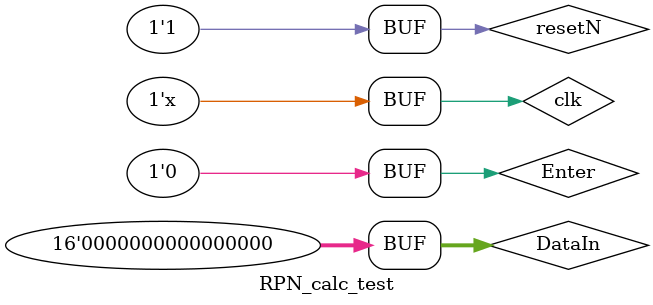
<source format=sv>
`timescale 1ns / 1ps

module RPN_calc_test();

//Simular hasta 1 100 ns

    // Inputs:
    logic        clk;
    logic        resetN;
    logic        Enter;
    logic [15:0] DataIn;

    // Outputs:

    logic [15:0] ToDisplay;  // valor de salida para el Display
    logic [ 3:0] Flags;      // {N,Z,C,V}
    logic [ 2:0] Status;      // Indica de manera secuencial el estado en el que se encuentra

    // El modulo a probar:
    S7_actividad1 #(
    .N_DEBOUNCER    (10)
    ) DUT (
    .clk            (clk),
    .resetN         (resetN),
    .Enter          (Enter),
    .DataIn         (DataIn),
    .ToDisplay      (ToDisplay),
    .Flags          (Flags),
    .Status         (Status)
);

    always #2 clk=~clk; // usar numero par de unidades de tiempo para evitar 
                          // hacer que cantos coincidan con cambios de senales!

    initial begin

        // Inicializar:

        clk     =   0;
        resetN  =   0;
        Enter   =   0; //Lectura de boton: 1 pulso despues de 48 ns mantenido
        #5 resetN = 1;

        // Carga de datos en A:

        DataIn  = 16'hFFFF;
        Enter   = 1;
        #48 Enter = 0;
        #10

        // Carga de datos en B:

        DataIn  = 16'h0101;
        Enter   = 1;
        #48 Enter = 0;
        #15

        // Carga de datos en Op y mostrar resultados:

        DataIn  = 16'h0000;
        Enter   = 1;
        #48 Enter = 0;
        #15

        //Volver al estado inicial:
        Enter   = 1;
        #50 Enter = 0;
        #15

        // Calcular con las 4 operaciones:
        // Repite lo anterior pero para todas las operaciones


    // Resta:
        // Carga de datos en A:

        DataIn  = 16'hFFFF;
        Enter   = 1;
        #50 Enter = 0;
        #15

        // Carga de datos en B:

        DataIn  = 16'h0101;
        Enter   = 1;
        #48 Enter = 0;
        #15

        // Carga de datos en Op y mostrar resultados:

        DataIn  = 16'h0001;
        Enter   = 1;
        #48 Enter = 0;
        #15

        //Volver al estado inicial:
        Enter   = 1;
        #50 Enter = 0;
        #15

    // OR:

        // Carga de datos en A:

        DataIn  = 16'hFFFF;
        Enter   = 1;
        #48 Enter = 0;
        #15

        // Carga de datos en B:

        DataIn  = 16'h0101;
        Enter   = 1;
        #48 Enter = 0;
        #15

        // Carga de datos en Op y mostrar resultados:

        DataIn  = 16'h0002;
        Enter   = 1;
        #48 Enter = 0;
        #15

        //Volver al estado inicial:
        Enter   = 1;
        #50 Enter = 0;
        #15

    // AND:

        // Carga de datos en A:

        DataIn  = 16'hFFFF;
        Enter   = 1;
        #48 Enter = 0;
        #15

        // Carga de datos en B:

        DataIn  = 16'h0003;
        Enter   = 1;
        #48 Enter = 0;
        #15

        // Carga de datos en Op y mostrar resultados:

        DataIn  = 16'h0000;
        Enter   = 1;
        #48 Enter = 0;
        #15

        //Volver al estado inicial:
        Enter   = 1;
        #50 Enter = 0;
        #15

        // Reset:

        #19 

        resetN = 0;

        #15

        resetN = 1;

    end

endmodule
</source>
